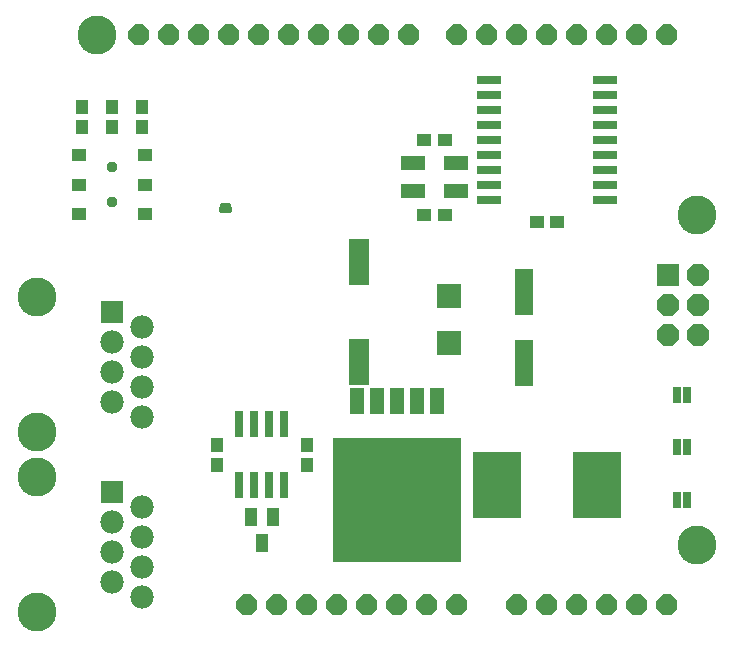
<source format=gts>
G75*
G70*
%OFA0B0*%
%FSLAX24Y24*%
%IPPOS*%
%LPD*%
%AMOC8*
5,1,8,0,0,1.08239X$1,22.5*
%
%ADD10C,0.1300*%
%ADD11R,0.4292X0.4138*%
%ADD12R,0.0460X0.0890*%
%ADD13R,0.0670X0.1575*%
%ADD14R,0.0591X0.1536*%
%ADD15R,0.1615X0.2205*%
%ADD16R,0.0827X0.0827*%
%ADD17R,0.0840X0.0300*%
%ADD18R,0.0280X0.0910*%
%ADD19R,0.0788X0.0473*%
%ADD20R,0.0473X0.0434*%
%ADD21R,0.0434X0.0473*%
%ADD22OC8,0.0700*%
%ADD23OC8,0.0740*%
%ADD24R,0.0740X0.0740*%
%ADD25C,0.0780*%
%ADD26R,0.0780X0.0780*%
%ADD27R,0.0290X0.0540*%
%ADD28C,0.0000*%
%ADD29C,0.0001*%
%ADD30R,0.0493X0.0434*%
%ADD31C,0.0375*%
%ADD32R,0.0434X0.0591*%
D10*
X004500Y001250D03*
X004500Y005750D03*
X004500Y007250D03*
X004500Y011750D03*
X006500Y020500D03*
X026500Y014500D03*
X026500Y003500D03*
D11*
X016500Y005000D03*
D12*
X016500Y008280D03*
X015830Y008280D03*
X015160Y008280D03*
X017170Y008280D03*
X017840Y008280D03*
D13*
X015250Y009577D03*
X015250Y012923D03*
D14*
X020750Y011931D03*
X020750Y009569D03*
D15*
X019827Y005500D03*
X023173Y005500D03*
D16*
X018250Y010213D03*
X018250Y011787D03*
D17*
X019570Y015000D03*
X019570Y015500D03*
X019570Y016000D03*
X019570Y016500D03*
X019570Y017000D03*
X019570Y017500D03*
X019570Y018000D03*
X019570Y018500D03*
X019570Y019000D03*
X023430Y019000D03*
X023430Y018500D03*
X023430Y018000D03*
X023430Y017500D03*
X023430Y017000D03*
X023430Y016500D03*
X023430Y016000D03*
X023430Y015500D03*
X023430Y015000D03*
D18*
X012750Y007530D03*
X012250Y007530D03*
X011750Y007530D03*
X011250Y007530D03*
X011250Y005470D03*
X011750Y005470D03*
X012250Y005470D03*
X012750Y005470D03*
D19*
X017022Y015297D03*
X017022Y016203D03*
X018478Y016203D03*
X018478Y015297D03*
D20*
X018085Y014500D03*
X017415Y014500D03*
X017415Y017000D03*
X018085Y017000D03*
X021165Y014250D03*
X021835Y014250D03*
D21*
X013500Y006835D03*
X013500Y006165D03*
X010500Y006165D03*
X010500Y006835D03*
X008000Y017415D03*
X008000Y018085D03*
X007000Y018085D03*
X007000Y017415D03*
X006000Y017415D03*
X006000Y018085D03*
D22*
X007900Y020500D03*
X008900Y020500D03*
X009900Y020500D03*
X010900Y020500D03*
X011900Y020500D03*
X012900Y020500D03*
X013900Y020500D03*
X014900Y020500D03*
X015900Y020500D03*
X016900Y020500D03*
X018500Y020500D03*
X019500Y020500D03*
X020500Y020500D03*
X021500Y020500D03*
X022500Y020500D03*
X023500Y020500D03*
X024500Y020500D03*
X025500Y020500D03*
X025500Y001500D03*
X024500Y001500D03*
X023500Y001500D03*
X022500Y001500D03*
X021500Y001500D03*
X020500Y001500D03*
X018500Y001500D03*
X017500Y001500D03*
X016500Y001500D03*
X015500Y001500D03*
X014500Y001500D03*
X013500Y001500D03*
X012500Y001500D03*
X011500Y001500D03*
D23*
X025550Y010500D03*
X026550Y010500D03*
X026550Y011500D03*
X025550Y011500D03*
X026550Y012500D03*
D24*
X025550Y012500D03*
D25*
X008000Y010750D03*
X007000Y010250D03*
X008000Y009750D03*
X007000Y009250D03*
X008000Y008750D03*
X007000Y008250D03*
X008000Y007750D03*
X008000Y004750D03*
X007000Y004250D03*
X008000Y003750D03*
X007000Y003250D03*
X008000Y002750D03*
X007000Y002250D03*
X008000Y001750D03*
D26*
X007000Y005250D03*
X007000Y011250D03*
D27*
X025842Y008500D03*
X026162Y008500D03*
X026177Y006750D03*
X025823Y006750D03*
X025823Y005000D03*
X026177Y005000D03*
D28*
X010945Y014602D02*
X010953Y014626D01*
X010965Y014654D01*
X010976Y014677D01*
X010965Y014705D01*
X010957Y014732D01*
X010945Y014760D01*
X010937Y014787D01*
X010925Y014819D01*
X010913Y014846D01*
X010906Y014874D01*
X010654Y014874D01*
X010622Y014874D01*
X010614Y014846D01*
X010602Y014819D01*
X010594Y014787D01*
X010583Y014760D01*
X010571Y014732D01*
X010563Y014705D01*
X010551Y014677D01*
X010563Y014654D01*
X010575Y014626D01*
X010587Y014602D01*
X010945Y014602D01*
D29*
X010945Y014603D02*
X010586Y014603D01*
X010586Y014604D02*
X010945Y014604D01*
X010946Y014605D02*
X010585Y014605D01*
X010585Y014606D02*
X010946Y014606D01*
X010946Y014607D02*
X010584Y014607D01*
X010584Y014608D02*
X010947Y014608D01*
X010947Y014609D02*
X010583Y014609D01*
X010583Y014610D02*
X010947Y014610D01*
X010948Y014611D02*
X010582Y014611D01*
X010582Y014612D02*
X010948Y014612D01*
X010948Y014613D02*
X010581Y014613D01*
X010581Y014614D02*
X010949Y014614D01*
X010949Y014615D02*
X010580Y014615D01*
X010580Y014616D02*
X010949Y014616D01*
X010950Y014617D02*
X010579Y014617D01*
X010579Y014618D02*
X010950Y014618D01*
X010950Y014619D02*
X010578Y014619D01*
X010578Y014620D02*
X010951Y014620D01*
X010951Y014621D02*
X010577Y014621D01*
X010577Y014622D02*
X010951Y014622D01*
X010952Y014623D02*
X010576Y014623D01*
X010576Y014624D02*
X010952Y014624D01*
X010952Y014625D02*
X010575Y014625D01*
X010575Y014626D02*
X010953Y014626D01*
X010953Y014627D02*
X010574Y014627D01*
X010574Y014628D02*
X010954Y014628D01*
X010954Y014629D02*
X010573Y014629D01*
X010573Y014630D02*
X010955Y014630D01*
X010955Y014631D02*
X010573Y014631D01*
X010572Y014632D02*
X010955Y014632D01*
X010956Y014633D02*
X010572Y014633D01*
X010571Y014634D02*
X010956Y014634D01*
X010957Y014635D02*
X010571Y014635D01*
X010570Y014636D02*
X010957Y014636D01*
X010958Y014637D02*
X010570Y014637D01*
X010570Y014638D02*
X010958Y014638D01*
X010958Y014639D02*
X010569Y014639D01*
X010569Y014640D02*
X010959Y014640D01*
X010959Y014641D02*
X010568Y014641D01*
X010568Y014642D02*
X010960Y014642D01*
X010960Y014643D02*
X010567Y014643D01*
X010567Y014644D02*
X010961Y014644D01*
X010961Y014645D02*
X010567Y014645D01*
X010566Y014646D02*
X010961Y014646D01*
X010962Y014647D02*
X010566Y014647D01*
X010565Y014648D02*
X010962Y014648D01*
X010963Y014649D02*
X010565Y014649D01*
X010564Y014650D02*
X010963Y014650D01*
X010964Y014651D02*
X010564Y014651D01*
X010564Y014652D02*
X010964Y014652D01*
X010964Y014653D02*
X010563Y014653D01*
X010563Y014654D02*
X010965Y014654D01*
X010965Y014655D02*
X010562Y014655D01*
X010562Y014656D02*
X010966Y014656D01*
X010966Y014657D02*
X010561Y014657D01*
X010561Y014658D02*
X010967Y014658D01*
X010967Y014659D02*
X010560Y014659D01*
X010560Y014660D02*
X010968Y014660D01*
X010968Y014661D02*
X010559Y014661D01*
X010559Y014662D02*
X010969Y014662D01*
X010969Y014663D02*
X010558Y014663D01*
X010558Y014664D02*
X010970Y014664D01*
X010970Y014665D02*
X010557Y014665D01*
X010557Y014666D02*
X010971Y014666D01*
X010971Y014667D02*
X010556Y014667D01*
X010556Y014668D02*
X010972Y014668D01*
X010972Y014669D02*
X010555Y014669D01*
X010555Y014670D02*
X010973Y014670D01*
X010973Y014671D02*
X010554Y014671D01*
X010554Y014672D02*
X010974Y014672D01*
X010974Y014673D02*
X010553Y014673D01*
X010553Y014674D02*
X010975Y014674D01*
X010975Y014675D02*
X010552Y014675D01*
X010552Y014676D02*
X010976Y014676D01*
X010976Y014677D02*
X010551Y014677D01*
X010552Y014678D02*
X010976Y014678D01*
X010976Y014679D02*
X010552Y014679D01*
X010552Y014680D02*
X010975Y014680D01*
X010975Y014681D02*
X010553Y014681D01*
X010553Y014682D02*
X010974Y014682D01*
X010974Y014683D02*
X010554Y014683D01*
X010554Y014684D02*
X010973Y014684D01*
X010973Y014685D02*
X010555Y014685D01*
X010555Y014686D02*
X010973Y014686D01*
X010972Y014687D02*
X010555Y014687D01*
X010556Y014688D02*
X010972Y014688D01*
X010971Y014689D02*
X010556Y014689D01*
X010557Y014690D02*
X010971Y014690D01*
X010970Y014691D02*
X010557Y014691D01*
X010558Y014692D02*
X010970Y014692D01*
X010970Y014693D02*
X010558Y014693D01*
X010558Y014694D02*
X010969Y014694D01*
X010969Y014695D02*
X010559Y014695D01*
X010559Y014696D02*
X010968Y014696D01*
X010968Y014697D02*
X010560Y014697D01*
X010560Y014698D02*
X010967Y014698D01*
X010967Y014699D02*
X010561Y014699D01*
X010561Y014700D02*
X010967Y014700D01*
X010966Y014701D02*
X010561Y014701D01*
X010562Y014702D02*
X010966Y014702D01*
X010965Y014703D02*
X010562Y014703D01*
X010563Y014704D02*
X010965Y014704D01*
X010964Y014705D02*
X010563Y014705D01*
X010563Y014706D02*
X010964Y014706D01*
X010964Y014707D02*
X010564Y014707D01*
X010564Y014708D02*
X010964Y014708D01*
X010963Y014709D02*
X010564Y014709D01*
X010565Y014710D02*
X010963Y014710D01*
X010963Y014711D02*
X010565Y014711D01*
X010565Y014712D02*
X010962Y014712D01*
X010962Y014713D02*
X010565Y014713D01*
X010566Y014714D02*
X010962Y014714D01*
X010962Y014715D02*
X010566Y014715D01*
X010566Y014716D02*
X010961Y014716D01*
X010961Y014717D02*
X010566Y014717D01*
X010567Y014718D02*
X010961Y014718D01*
X010960Y014719D02*
X010567Y014719D01*
X010567Y014720D02*
X010960Y014720D01*
X010960Y014721D02*
X010568Y014721D01*
X010568Y014722D02*
X010960Y014722D01*
X010959Y014723D02*
X010568Y014723D01*
X010568Y014724D02*
X010959Y014724D01*
X010959Y014725D02*
X010569Y014725D01*
X010569Y014726D02*
X010958Y014726D01*
X010958Y014727D02*
X010569Y014727D01*
X010570Y014728D02*
X010958Y014728D01*
X010958Y014729D02*
X010570Y014729D01*
X010570Y014730D02*
X010957Y014730D01*
X010957Y014731D02*
X010570Y014731D01*
X010571Y014732D02*
X010957Y014732D01*
X010956Y014733D02*
X010571Y014733D01*
X010572Y014734D02*
X010956Y014734D01*
X010956Y014735D02*
X010572Y014735D01*
X010572Y014736D02*
X010955Y014736D01*
X010955Y014737D02*
X010573Y014737D01*
X010573Y014738D02*
X010954Y014738D01*
X010954Y014739D02*
X010574Y014739D01*
X010574Y014740D02*
X010953Y014740D01*
X010953Y014741D02*
X010575Y014741D01*
X010575Y014742D02*
X010953Y014742D01*
X010952Y014743D02*
X010575Y014743D01*
X010576Y014744D02*
X010952Y014744D01*
X010951Y014745D02*
X010576Y014745D01*
X010577Y014746D02*
X010951Y014746D01*
X010950Y014747D02*
X010577Y014747D01*
X010578Y014748D02*
X010950Y014748D01*
X010950Y014749D02*
X010578Y014749D01*
X010578Y014750D02*
X010949Y014750D01*
X010949Y014751D02*
X010579Y014751D01*
X010579Y014752D02*
X010948Y014752D01*
X010948Y014753D02*
X010580Y014753D01*
X010580Y014754D02*
X010947Y014754D01*
X010947Y014755D02*
X010581Y014755D01*
X010581Y014756D02*
X010947Y014756D01*
X010946Y014757D02*
X010581Y014757D01*
X010582Y014758D02*
X010946Y014758D01*
X010945Y014759D02*
X010582Y014759D01*
X010583Y014760D02*
X010945Y014760D01*
X010945Y014761D02*
X010583Y014761D01*
X010584Y014762D02*
X010944Y014762D01*
X010944Y014763D02*
X010584Y014763D01*
X010584Y014764D02*
X010944Y014764D01*
X010943Y014765D02*
X010585Y014765D01*
X010585Y014766D02*
X010943Y014766D01*
X010943Y014767D02*
X010586Y014767D01*
X010586Y014768D02*
X010943Y014768D01*
X010942Y014769D02*
X010587Y014769D01*
X010587Y014770D02*
X010942Y014770D01*
X010942Y014771D02*
X010587Y014771D01*
X010588Y014772D02*
X010941Y014772D01*
X010941Y014773D02*
X010588Y014773D01*
X010589Y014774D02*
X010941Y014774D01*
X010941Y014775D02*
X010589Y014775D01*
X010590Y014776D02*
X010940Y014776D01*
X010940Y014777D02*
X010590Y014777D01*
X010590Y014778D02*
X010940Y014778D01*
X010939Y014779D02*
X010591Y014779D01*
X010591Y014780D02*
X010939Y014780D01*
X010939Y014781D02*
X010592Y014781D01*
X010592Y014782D02*
X010939Y014782D01*
X010938Y014783D02*
X010593Y014783D01*
X010593Y014784D02*
X010938Y014784D01*
X010938Y014785D02*
X010593Y014785D01*
X010594Y014786D02*
X010937Y014786D01*
X010937Y014787D02*
X010594Y014787D01*
X010595Y014788D02*
X010937Y014788D01*
X010936Y014789D02*
X010595Y014789D01*
X010595Y014790D02*
X010936Y014790D01*
X010936Y014791D02*
X010595Y014791D01*
X010596Y014792D02*
X010935Y014792D01*
X010935Y014793D02*
X010596Y014793D01*
X010596Y014794D02*
X010935Y014794D01*
X010934Y014795D02*
X010596Y014795D01*
X010597Y014796D02*
X010934Y014796D01*
X010933Y014797D02*
X010597Y014797D01*
X010597Y014798D02*
X010933Y014798D01*
X010933Y014799D02*
X010597Y014799D01*
X010598Y014800D02*
X010932Y014800D01*
X010932Y014801D02*
X010598Y014801D01*
X010598Y014802D02*
X010932Y014802D01*
X010931Y014803D02*
X010598Y014803D01*
X010599Y014804D02*
X010931Y014804D01*
X010930Y014805D02*
X010599Y014805D01*
X010599Y014806D02*
X010930Y014806D01*
X010930Y014807D02*
X010599Y014807D01*
X010600Y014808D02*
X010929Y014808D01*
X010929Y014809D02*
X010600Y014809D01*
X010600Y014810D02*
X010929Y014810D01*
X010928Y014811D02*
X010600Y014811D01*
X010601Y014812D02*
X010928Y014812D01*
X010927Y014813D02*
X010601Y014813D01*
X010601Y014814D02*
X010927Y014814D01*
X010927Y014815D02*
X010601Y014815D01*
X010602Y014816D02*
X010926Y014816D01*
X010926Y014817D02*
X010602Y014817D01*
X010602Y014818D02*
X010926Y014818D01*
X010925Y014819D02*
X010602Y014819D01*
X010603Y014820D02*
X010925Y014820D01*
X010924Y014821D02*
X010603Y014821D01*
X010604Y014822D02*
X010924Y014822D01*
X010923Y014823D02*
X010604Y014823D01*
X010605Y014824D02*
X010923Y014824D01*
X010923Y014825D02*
X010605Y014825D01*
X010605Y014826D02*
X010922Y014826D01*
X010922Y014827D02*
X010606Y014827D01*
X010606Y014828D02*
X010921Y014828D01*
X010921Y014829D02*
X010607Y014829D01*
X010607Y014830D02*
X010920Y014830D01*
X010920Y014831D02*
X010607Y014831D01*
X010608Y014832D02*
X010920Y014832D01*
X010919Y014833D02*
X010608Y014833D01*
X010609Y014834D02*
X010919Y014834D01*
X010918Y014835D02*
X010609Y014835D01*
X010610Y014836D02*
X010918Y014836D01*
X010917Y014837D02*
X010610Y014837D01*
X010610Y014838D02*
X010917Y014838D01*
X010917Y014839D02*
X010611Y014839D01*
X010611Y014840D02*
X010916Y014840D01*
X010916Y014841D02*
X010612Y014841D01*
X010612Y014842D02*
X010915Y014842D01*
X010915Y014843D02*
X010613Y014843D01*
X010613Y014844D02*
X010914Y014844D01*
X010914Y014845D02*
X010613Y014845D01*
X010614Y014846D02*
X010914Y014846D01*
X010913Y014847D02*
X010614Y014847D01*
X010615Y014848D02*
X010913Y014848D01*
X010913Y014849D02*
X010615Y014849D01*
X010615Y014850D02*
X010912Y014850D01*
X010912Y014851D02*
X010615Y014851D01*
X010616Y014852D02*
X010912Y014852D01*
X010912Y014853D02*
X010616Y014853D01*
X010616Y014854D02*
X010911Y014854D01*
X010911Y014855D02*
X010617Y014855D01*
X010617Y014856D02*
X010911Y014856D01*
X010910Y014857D02*
X010617Y014857D01*
X010617Y014858D02*
X010910Y014858D01*
X010910Y014859D02*
X010618Y014859D01*
X010618Y014860D02*
X010910Y014860D01*
X010909Y014861D02*
X010618Y014861D01*
X010619Y014862D02*
X010909Y014862D01*
X010909Y014863D02*
X010619Y014863D01*
X010619Y014864D02*
X010908Y014864D01*
X010908Y014865D02*
X010619Y014865D01*
X010620Y014866D02*
X010908Y014866D01*
X010908Y014867D02*
X010620Y014867D01*
X010620Y014868D02*
X010907Y014868D01*
X010907Y014869D02*
X010621Y014869D01*
X010621Y014870D02*
X010907Y014870D01*
X010906Y014871D02*
X010621Y014871D01*
X010621Y014872D02*
X010906Y014872D01*
X010906Y014873D02*
X010622Y014873D01*
X010622Y014874D02*
X010906Y014874D01*
D30*
X008112Y014516D03*
X008112Y015500D03*
X008112Y016484D03*
X005888Y016484D03*
X005888Y015500D03*
X005888Y014516D03*
D31*
X007000Y014909D03*
X007000Y016091D03*
D32*
X011626Y004433D03*
X012374Y004433D03*
X012000Y003567D03*
M02*

</source>
